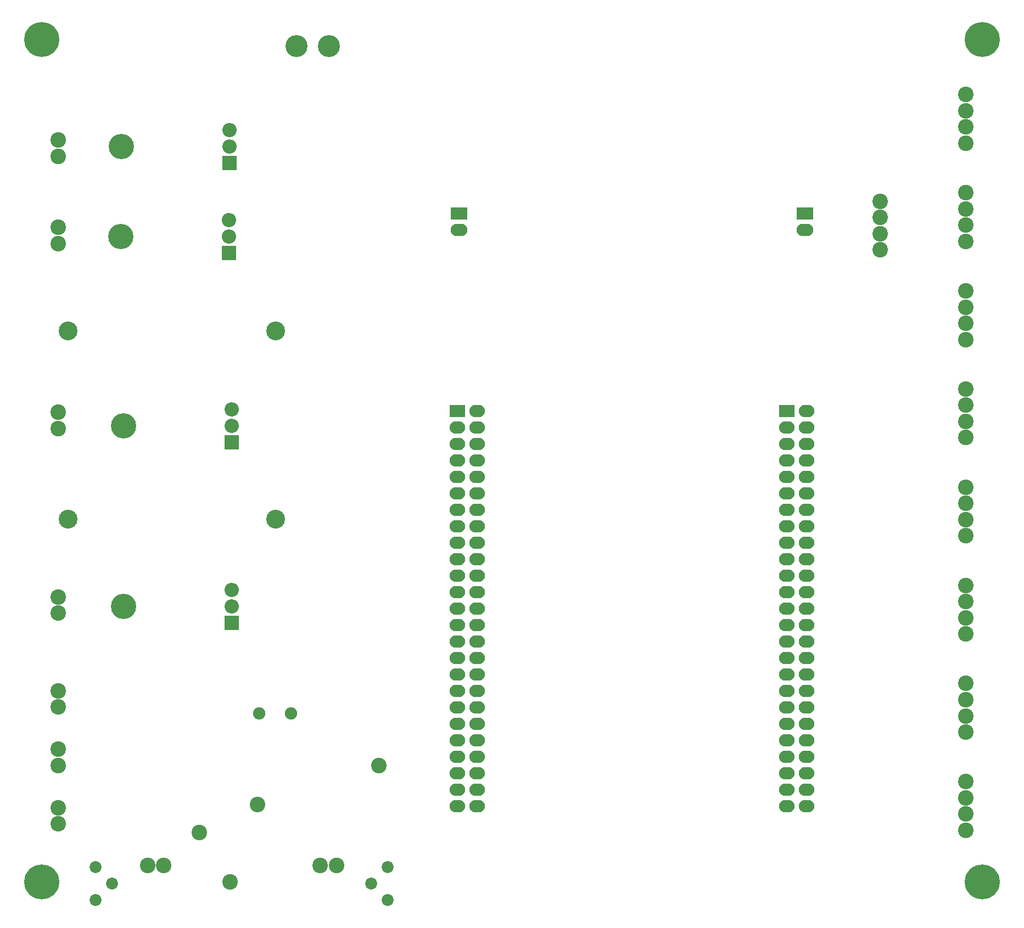
<source format=gbr>
G04 #@! TF.FileFunction,Soldermask,Bot*
%FSLAX46Y46*%
G04 Gerber Fmt 4.6, Leading zero omitted, Abs format (unit mm)*
G04 Created by KiCad (PCBNEW 4.0.7) date 07/23/18 11:07:22*
%MOMM*%
%LPD*%
G01*
G04 APERTURE LIST*
%ADD10C,0.400000*%
%ADD11O,3.900000X3.900000*%
%ADD12R,2.200000X2.200000*%
%ADD13O,2.200000X2.200000*%
%ADD14C,3.400000*%
%ADD15C,2.400000*%
%ADD16C,1.840000*%
%ADD17C,1.900000*%
%ADD18C,2.900000*%
%ADD19C,5.400000*%
%ADD20R,2.600000X1.900000*%
%ADD21O,2.600000X1.900000*%
%ADD22O,2.400000X1.900000*%
%ADD23R,2.400000X1.900000*%
G04 APERTURE END LIST*
D10*
D11*
X84620000Y-85610000D03*
D12*
X101280000Y-88150000D03*
D13*
X101280000Y-85610000D03*
X101280000Y-83070000D03*
D11*
X84630000Y-113490000D03*
D12*
X101290000Y-116030000D03*
D13*
X101290000Y-113490000D03*
X101290000Y-110950000D03*
D14*
X116290000Y-27050000D03*
X111290000Y-27050000D03*
D15*
X124000000Y-138000000D03*
X101000000Y-156000000D03*
X105290000Y-144050000D03*
X96290000Y-148350000D03*
D11*
X84290000Y-42510000D03*
D12*
X100950000Y-45050000D03*
D13*
X100950000Y-42510000D03*
X100950000Y-39970000D03*
D11*
X84200000Y-56374000D03*
D12*
X100860000Y-58914000D03*
D13*
X100860000Y-56374000D03*
X100860000Y-53834000D03*
D16*
X125340000Y-158740000D03*
X122800000Y-156200000D03*
X125340000Y-153660000D03*
X80290000Y-153670000D03*
X82830000Y-156210000D03*
X80290000Y-158750000D03*
D17*
X110380000Y-130000000D03*
X105500000Y-130000000D03*
D18*
X108000000Y-71000000D03*
X76000000Y-71000000D03*
X108000000Y-100000000D03*
X76000000Y-100000000D03*
D15*
X201290000Y-58450000D03*
X201290000Y-55950000D03*
X201290000Y-53450000D03*
X201290000Y-50950000D03*
D19*
X72000000Y-26000000D03*
X217000000Y-26000000D03*
X217000000Y-156000000D03*
X72000000Y-156000000D03*
D15*
X214500000Y-140499999D03*
X214500000Y-142999999D03*
X214500000Y-145499999D03*
X214500000Y-147999999D03*
X214500000Y-125357142D03*
X214500000Y-127857142D03*
X214500000Y-130357142D03*
X214500000Y-132857142D03*
X214500000Y-110214285D03*
X214500000Y-112714285D03*
X214500000Y-115214285D03*
X214500000Y-117714285D03*
X214500000Y-95071428D03*
X214500000Y-97571428D03*
X214500000Y-100071428D03*
X214500000Y-102571428D03*
X214500000Y-79928571D03*
X214500000Y-82428571D03*
X214500000Y-84928571D03*
X214500000Y-87428571D03*
X214500000Y-64785714D03*
X214500000Y-67285714D03*
X214500000Y-69785714D03*
X214500000Y-72285714D03*
X214500000Y-49642857D03*
X214500000Y-52142857D03*
X214500000Y-54642857D03*
X214500000Y-57142857D03*
X214500000Y-34500000D03*
X214500000Y-37000000D03*
X214500000Y-39500000D03*
X214500000Y-42000000D03*
X74500000Y-44000000D03*
X74500000Y-41500000D03*
X74500000Y-57500000D03*
X74500000Y-55000000D03*
X74500000Y-86000000D03*
X74500000Y-83500000D03*
X74500000Y-114500000D03*
X74500000Y-112000000D03*
X74500000Y-129000000D03*
X74500000Y-126500000D03*
X74500000Y-138000000D03*
X74500000Y-135500000D03*
X74500000Y-147000000D03*
X74500000Y-144500000D03*
X117400000Y-153400000D03*
X114900000Y-153400000D03*
X90800000Y-153400000D03*
X88300000Y-153400000D03*
D20*
X189670000Y-52850000D03*
D21*
X189670000Y-55390000D03*
D22*
X186880000Y-144290000D03*
X186880000Y-141750000D03*
X186880000Y-139210000D03*
X186880000Y-136670000D03*
X186880000Y-134130000D03*
X186880000Y-131590000D03*
X186880000Y-129050000D03*
X186880000Y-126510000D03*
X186880000Y-123970000D03*
X186880000Y-121430000D03*
X186880000Y-118890000D03*
X186880000Y-116350000D03*
X186880000Y-113810000D03*
X186880000Y-111270000D03*
X186880000Y-108730000D03*
X186880000Y-106190000D03*
X186880000Y-103650000D03*
X186880000Y-101110000D03*
X186880000Y-98570000D03*
X186880000Y-96030000D03*
X186880000Y-93490000D03*
X186880000Y-90950000D03*
X186880000Y-88410000D03*
X186880000Y-85870000D03*
D23*
X186880000Y-83330000D03*
D22*
X189920000Y-83330000D03*
X189920000Y-85870000D03*
X189920000Y-88410000D03*
X189920000Y-90950000D03*
X189920000Y-93490000D03*
X189920000Y-96030000D03*
X189920000Y-98570000D03*
X189920000Y-101110000D03*
X189920000Y-103650000D03*
X189920000Y-106190000D03*
X189920000Y-108730000D03*
X189920000Y-111270000D03*
X189920000Y-113810000D03*
X189920000Y-116350000D03*
X189920000Y-118890000D03*
X189920000Y-121430000D03*
X189920000Y-123970000D03*
X189920000Y-126510000D03*
X189920000Y-129050000D03*
X189920000Y-131590000D03*
X189920000Y-134130000D03*
X189920000Y-136670000D03*
X189920000Y-139210000D03*
X189920000Y-141750000D03*
X189920000Y-144290000D03*
X139120000Y-144290000D03*
X139120000Y-141750000D03*
X139120000Y-139210000D03*
X139120000Y-136670000D03*
X139120000Y-134130000D03*
X139120000Y-131590000D03*
X139120000Y-129050000D03*
X139120000Y-126510000D03*
X139120000Y-123970000D03*
X139120000Y-121430000D03*
X139120000Y-118890000D03*
X139120000Y-116350000D03*
X139120000Y-113810000D03*
X139120000Y-111270000D03*
X139120000Y-108730000D03*
X139120000Y-106190000D03*
X139120000Y-103650000D03*
X139120000Y-101110000D03*
X139120000Y-98570000D03*
X139120000Y-96030000D03*
X139120000Y-93490000D03*
X139120000Y-90950000D03*
X139120000Y-88410000D03*
X139120000Y-85870000D03*
X139120000Y-83330000D03*
D23*
X136080000Y-83330000D03*
D22*
X136080000Y-85870000D03*
X136080000Y-88410000D03*
X136080000Y-90950000D03*
X136080000Y-93490000D03*
X136080000Y-96030000D03*
X136080000Y-98570000D03*
X136080000Y-101110000D03*
X136080000Y-103650000D03*
X136080000Y-106190000D03*
X136080000Y-108730000D03*
X136080000Y-111270000D03*
X136080000Y-113810000D03*
X136080000Y-116350000D03*
X136080000Y-118890000D03*
X136080000Y-121430000D03*
X136080000Y-123970000D03*
X136080000Y-126510000D03*
X136080000Y-129050000D03*
X136080000Y-131590000D03*
X136080000Y-134130000D03*
X136080000Y-136670000D03*
X136080000Y-139210000D03*
X136080000Y-141750000D03*
X136080000Y-144290000D03*
D21*
X136330000Y-55390000D03*
D20*
X136330000Y-52850000D03*
M02*

</source>
